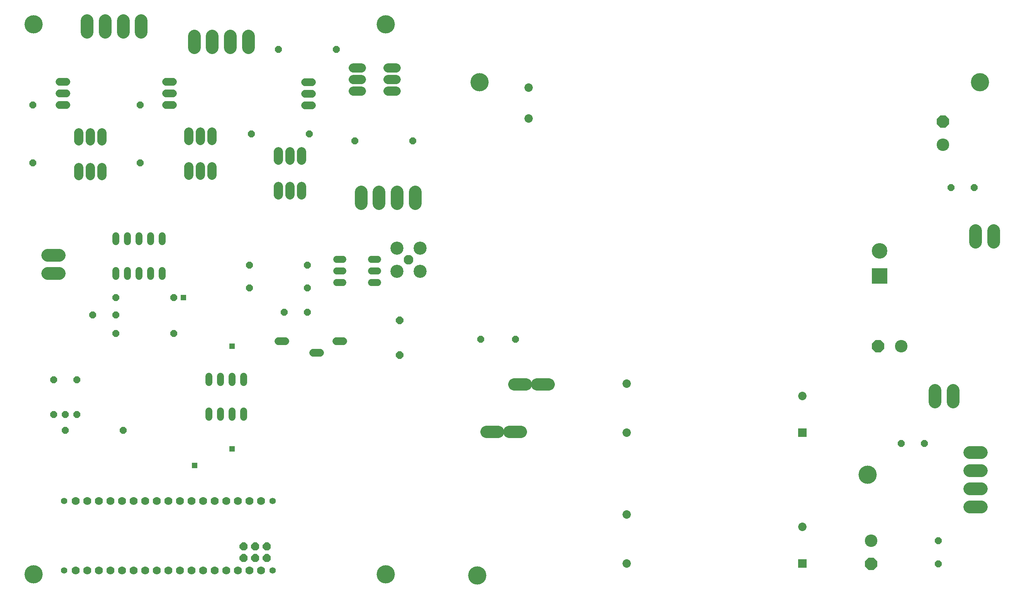
<source format=gbs>
G75*
%MOIN*%
%OFA0B0*%
%FSLAX25Y25*%
%IPPOS*%
%LPD*%
%AMOC8*
5,1,8,0,0,1.08239X$1,22.5*
%
%ADD10C,0.15750*%
%ADD11C,0.07000*%
%ADD12C,0.05524*%
%ADD13OC8,0.07000*%
%ADD14C,0.06000*%
%ADD15OC8,0.06400*%
%ADD16C,0.06800*%
%ADD17C,0.08300*%
%ADD18C,0.11300*%
%ADD19OC8,0.06000*%
%ADD20C,0.10839*%
%ADD21C,0.07887*%
%ADD22C,0.10800*%
%ADD23R,0.07296X0.07296*%
%ADD24C,0.07296*%
%ADD25C,0.10800*%
%ADD26OC8,0.10800*%
%ADD27R,0.13461X0.13461*%
%ADD28C,0.13461*%
%ADD29R,0.04762X0.04762*%
D10*
X0027300Y0026300D03*
X0331300Y0026300D03*
X0410300Y0025300D03*
X0747300Y0112300D03*
X0844300Y0451300D03*
X0412300Y0451300D03*
X0331300Y0501300D03*
X0027300Y0501300D03*
D11*
X0063800Y0089800D03*
X0073800Y0089800D03*
X0083800Y0089800D03*
X0093800Y0089800D03*
X0103800Y0089800D03*
X0113800Y0089800D03*
X0123800Y0089800D03*
X0133800Y0089800D03*
X0143800Y0089800D03*
X0153800Y0089800D03*
X0163800Y0089800D03*
X0173800Y0089800D03*
X0183800Y0089800D03*
X0193800Y0089800D03*
X0203800Y0089800D03*
X0213800Y0089800D03*
X0223800Y0089800D03*
X0223800Y0029800D03*
X0213800Y0029800D03*
X0203800Y0029800D03*
X0193800Y0029800D03*
X0183800Y0029800D03*
X0173800Y0029800D03*
X0163800Y0029800D03*
X0153800Y0029800D03*
X0143800Y0029800D03*
X0133800Y0029800D03*
X0123800Y0029800D03*
X0113800Y0029800D03*
X0103800Y0029800D03*
X0093800Y0029800D03*
X0083800Y0029800D03*
X0073800Y0029800D03*
X0063800Y0029800D03*
D12*
X0053800Y0029800D03*
X0053800Y0089800D03*
X0233800Y0089800D03*
X0233800Y0029800D03*
D13*
X0228800Y0040300D03*
X0218800Y0040300D03*
X0218800Y0050300D03*
X0228800Y0050300D03*
X0208800Y0050300D03*
X0208800Y0040300D03*
D14*
X0208800Y0162200D02*
X0208800Y0167400D01*
X0198800Y0167400D02*
X0198800Y0162200D01*
X0188800Y0162200D02*
X0188800Y0167400D01*
X0178800Y0167400D02*
X0178800Y0162200D01*
X0178800Y0192200D02*
X0178800Y0197400D01*
X0188800Y0197400D02*
X0188800Y0192200D01*
X0198800Y0192200D02*
X0198800Y0197400D01*
X0208800Y0197400D02*
X0208800Y0192200D01*
X0289200Y0278300D02*
X0294400Y0278300D01*
X0294400Y0288300D02*
X0289200Y0288300D01*
X0289200Y0298300D02*
X0294400Y0298300D01*
X0319200Y0298300D02*
X0324400Y0298300D01*
X0324400Y0288300D02*
X0319200Y0288300D01*
X0319200Y0278300D02*
X0324400Y0278300D01*
X0138300Y0283700D02*
X0138300Y0288900D01*
X0128300Y0288900D02*
X0128300Y0283700D01*
X0118300Y0283700D02*
X0118300Y0288900D01*
X0108300Y0288900D02*
X0108300Y0283700D01*
X0098300Y0283700D02*
X0098300Y0288900D01*
X0098300Y0313700D02*
X0098300Y0318900D01*
X0108300Y0318900D02*
X0108300Y0313700D01*
X0118300Y0313700D02*
X0118300Y0318900D01*
X0128300Y0318900D02*
X0128300Y0313700D01*
X0138300Y0313700D02*
X0138300Y0318900D01*
D15*
X0343300Y0245800D03*
X0343300Y0215800D03*
D16*
X0294800Y0227800D02*
X0288800Y0227800D01*
X0274800Y0217800D02*
X0268800Y0217800D01*
X0244800Y0227800D02*
X0238800Y0227800D01*
X0261800Y0431300D02*
X0267800Y0431300D01*
X0267800Y0441300D02*
X0261800Y0441300D01*
X0261800Y0451300D02*
X0267800Y0451300D01*
X0147800Y0451800D02*
X0141800Y0451800D01*
X0141800Y0441800D02*
X0147800Y0441800D01*
X0147800Y0431800D02*
X0141800Y0431800D01*
X0055800Y0431800D02*
X0049800Y0431800D01*
X0049800Y0441800D02*
X0055800Y0441800D01*
X0055800Y0451800D02*
X0049800Y0451800D01*
D17*
X0351100Y0298200D03*
D18*
X0341061Y0308239D03*
X0361139Y0308239D03*
X0361139Y0288161D03*
X0341061Y0288161D03*
D19*
X0263800Y0293300D03*
X0263800Y0273800D03*
X0263800Y0252800D03*
X0243800Y0252800D03*
X0213800Y0273800D03*
X0213800Y0293300D03*
X0148300Y0265300D03*
X0098300Y0265300D03*
X0098300Y0250300D03*
X0098300Y0234300D03*
X0078300Y0250300D03*
X0148300Y0234300D03*
X0064800Y0194300D03*
X0044800Y0194300D03*
X0044800Y0164300D03*
X0054800Y0164300D03*
X0064800Y0164300D03*
X0054800Y0150800D03*
X0104800Y0150800D03*
X0413300Y0229300D03*
X0443300Y0229300D03*
X0354800Y0400800D03*
X0304800Y0400800D03*
X0265300Y0406800D03*
X0215300Y0406800D03*
X0119300Y0381800D03*
X0119300Y0431800D03*
X0026800Y0431800D03*
X0026800Y0381800D03*
X0238800Y0479800D03*
X0288800Y0479800D03*
X0819300Y0360300D03*
X0839300Y0360300D03*
X0796300Y0139300D03*
X0776300Y0139300D03*
X0808300Y0055300D03*
X0808300Y0035300D03*
D20*
X0835280Y0084914D02*
X0845320Y0084914D01*
X0845320Y0100505D02*
X0835280Y0100505D01*
X0835280Y0116095D02*
X0845320Y0116095D01*
X0845320Y0131686D02*
X0835280Y0131686D01*
X0821095Y0175280D02*
X0821095Y0185320D01*
X0805505Y0185320D02*
X0805505Y0175280D01*
X0840505Y0313280D02*
X0840505Y0323320D01*
X0856095Y0323320D02*
X0856095Y0313280D01*
X0356686Y0346780D02*
X0356686Y0356820D01*
X0341095Y0356820D02*
X0341095Y0346780D01*
X0325505Y0346780D02*
X0325505Y0356820D01*
X0309914Y0356820D02*
X0309914Y0346780D01*
X0212686Y0481280D02*
X0212686Y0491320D01*
X0197095Y0491320D02*
X0197095Y0481280D01*
X0181505Y0481280D02*
X0181505Y0491320D01*
X0165914Y0491320D02*
X0165914Y0481280D01*
X0120186Y0494780D02*
X0120186Y0504820D01*
X0104595Y0504820D02*
X0104595Y0494780D01*
X0089005Y0494780D02*
X0089005Y0504820D01*
X0073414Y0504820D02*
X0073414Y0494780D01*
X0049320Y0302095D02*
X0039280Y0302095D01*
X0039280Y0286505D02*
X0049320Y0286505D01*
D21*
X0066300Y0370757D02*
X0066300Y0377843D01*
X0076300Y0377843D02*
X0076300Y0370757D01*
X0086300Y0370757D02*
X0086300Y0377843D01*
X0086300Y0400757D02*
X0086300Y0407843D01*
X0076300Y0407843D02*
X0076300Y0400757D01*
X0066300Y0400757D02*
X0066300Y0407843D01*
X0161300Y0408343D02*
X0161300Y0401257D01*
X0171300Y0401257D02*
X0171300Y0408343D01*
X0181300Y0408343D02*
X0181300Y0401257D01*
X0181300Y0378343D02*
X0181300Y0371257D01*
X0171300Y0371257D02*
X0171300Y0378343D01*
X0161300Y0378343D02*
X0161300Y0371257D01*
X0238800Y0361343D02*
X0238800Y0354257D01*
X0248800Y0354257D02*
X0248800Y0361343D01*
X0258800Y0361343D02*
X0258800Y0354257D01*
X0258800Y0384257D02*
X0258800Y0391343D01*
X0248800Y0391343D02*
X0248800Y0384257D01*
X0238800Y0384257D02*
X0238800Y0391343D01*
X0303257Y0443800D02*
X0310343Y0443800D01*
X0310343Y0453800D02*
X0303257Y0453800D01*
X0303257Y0463800D02*
X0310343Y0463800D01*
X0333257Y0463800D02*
X0340343Y0463800D01*
X0340343Y0453800D02*
X0333257Y0453800D01*
X0333257Y0443800D02*
X0340343Y0443800D01*
D22*
X0442457Y0190300D02*
X0452457Y0190300D01*
X0462143Y0190300D02*
X0472143Y0190300D01*
X0448143Y0149300D02*
X0438143Y0149300D01*
X0428457Y0149300D02*
X0418457Y0149300D01*
D23*
X0691048Y0148883D03*
X0691048Y0035883D03*
D24*
X0691048Y0067379D03*
X0539473Y0078206D03*
X0539473Y0035883D03*
X0539473Y0148883D03*
X0539473Y0191206D03*
X0691048Y0180379D03*
X0454709Y0420040D03*
X0454709Y0446615D03*
D25*
X0812300Y0397300D03*
X0776300Y0223300D03*
X0750300Y0055300D03*
D26*
X0750300Y0035300D03*
X0756300Y0223300D03*
X0812300Y0417300D03*
D27*
X0757859Y0284213D03*
D28*
X0757859Y0305867D03*
D29*
X0198800Y0223300D03*
X0156800Y0265300D03*
X0198800Y0134800D03*
X0166300Y0120300D03*
M02*

</source>
